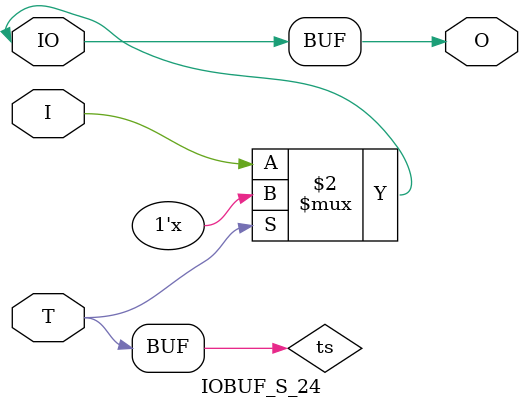
<source format=v>

/*

FUNCTION    : INPUT TRI-STATE OUTPUT BUFFER

*/

`celldefine
`timescale  100 ps / 10 ps

module IOBUF_S_24 (O, IO, I, T);

    output O;

    inout  IO;

    input  I, T;

    or O1 (ts, 1'b0, T);
    bufif0 T1 (IO, I, ts);

    buf B1 (O, IO);

endmodule

</source>
